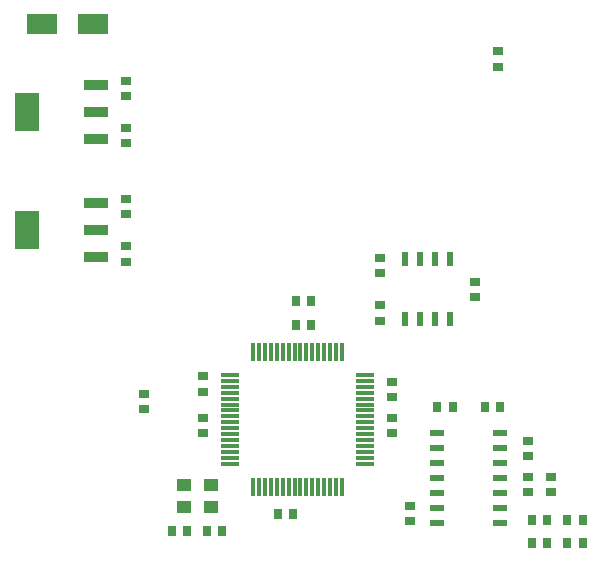
<source format=gtp>
G04 Layer_Color=7318015*
%FSLAX25Y25*%
%MOIN*%
G70*
G01*
G75*
%ADD10R,0.02284X0.04646*%
%ADD11R,0.03543X0.02756*%
%ADD12R,0.08465X0.03740*%
%ADD13R,0.08465X0.12795*%
%ADD14R,0.02756X0.03543*%
%ADD15R,0.05118X0.04134*%
%ADD16R,0.01181X0.05906*%
%ADD17R,0.05906X0.01181*%
%ADD18R,0.04646X0.02284*%
%ADD19R,0.10433X0.06890*%
D10*
X671634Y665197D02*
D03*
X686634D02*
D03*
X681634D02*
D03*
X676634D02*
D03*
X671634Y685197D02*
D03*
X676634D02*
D03*
X681634D02*
D03*
X686634D02*
D03*
D11*
X694882Y672638D02*
D03*
Y677756D02*
D03*
X663386Y664764D02*
D03*
Y669882D02*
D03*
Y680512D02*
D03*
Y685630D02*
D03*
X578740Y744685D02*
D03*
Y739567D02*
D03*
X578740Y705315D02*
D03*
Y700197D02*
D03*
X578740Y723819D02*
D03*
Y728937D02*
D03*
X578740Y684449D02*
D03*
Y689567D02*
D03*
X720472Y607677D02*
D03*
Y612795D02*
D03*
X712598Y619488D02*
D03*
Y624606D02*
D03*
Y607677D02*
D03*
Y612795D02*
D03*
X667323Y644291D02*
D03*
Y639173D02*
D03*
Y632480D02*
D03*
Y627362D02*
D03*
X702756Y754528D02*
D03*
Y749409D02*
D03*
X604331Y627362D02*
D03*
Y632480D02*
D03*
X604331Y641142D02*
D03*
Y646260D02*
D03*
X673228Y602953D02*
D03*
Y597835D02*
D03*
X584646Y640354D02*
D03*
Y635236D02*
D03*
D12*
X568504Y703937D02*
D03*
Y685827D02*
D03*
Y694882D02*
D03*
Y743307D02*
D03*
Y725197D02*
D03*
Y734252D02*
D03*
D13*
X545669Y694882D02*
D03*
Y734252D02*
D03*
D14*
X713976Y590551D02*
D03*
X719095D02*
D03*
X713976Y598425D02*
D03*
X719095D02*
D03*
X725787Y590551D02*
D03*
X730905D02*
D03*
X725787Y598425D02*
D03*
X730905D02*
D03*
X698228Y635827D02*
D03*
X703346D02*
D03*
X687598D02*
D03*
X682480D02*
D03*
X635236Y671260D02*
D03*
X640354D02*
D03*
X635236Y663386D02*
D03*
X640354D02*
D03*
X599016Y594488D02*
D03*
X593898D02*
D03*
X605709D02*
D03*
X610827D02*
D03*
X634449Y600394D02*
D03*
X629331D02*
D03*
D15*
X597835Y602658D02*
D03*
X606890D02*
D03*
Y609941D02*
D03*
X597835D02*
D03*
D16*
X650591Y654331D02*
D03*
X648622D02*
D03*
X646654D02*
D03*
X644685D02*
D03*
X642717D02*
D03*
X640748D02*
D03*
X638779D02*
D03*
X636811D02*
D03*
X634842D02*
D03*
X632874D02*
D03*
X630905D02*
D03*
X628937D02*
D03*
X626968D02*
D03*
X625000D02*
D03*
X623032D02*
D03*
X621063D02*
D03*
Y609449D02*
D03*
X623032D02*
D03*
X625000D02*
D03*
X626968D02*
D03*
X628937D02*
D03*
X630905D02*
D03*
X632874D02*
D03*
X634842D02*
D03*
X636811D02*
D03*
X638779D02*
D03*
X640748D02*
D03*
X642717D02*
D03*
X644685D02*
D03*
X646654D02*
D03*
X648622D02*
D03*
X650591D02*
D03*
D17*
X613386Y617126D02*
D03*
Y619095D02*
D03*
Y621063D02*
D03*
Y623032D02*
D03*
Y625000D02*
D03*
Y626968D02*
D03*
Y628937D02*
D03*
Y630905D02*
D03*
Y632874D02*
D03*
Y634842D02*
D03*
Y636811D02*
D03*
Y638779D02*
D03*
Y640748D02*
D03*
Y642717D02*
D03*
Y644685D02*
D03*
Y646654D02*
D03*
X658268Y617126D02*
D03*
Y619095D02*
D03*
Y621063D02*
D03*
Y623032D02*
D03*
Y625000D02*
D03*
Y626968D02*
D03*
Y628937D02*
D03*
Y630905D02*
D03*
Y632874D02*
D03*
Y634842D02*
D03*
Y636811D02*
D03*
Y638779D02*
D03*
Y640748D02*
D03*
Y642717D02*
D03*
Y644685D02*
D03*
Y646654D02*
D03*
D18*
X703386Y627205D02*
D03*
Y622205D02*
D03*
Y617205D02*
D03*
Y612205D02*
D03*
Y607205D02*
D03*
Y602205D02*
D03*
Y597205D02*
D03*
X682441D02*
D03*
Y602205D02*
D03*
Y607205D02*
D03*
Y612205D02*
D03*
Y617205D02*
D03*
Y622205D02*
D03*
Y627205D02*
D03*
D19*
X567520Y763779D02*
D03*
X550591D02*
D03*
M02*

</source>
